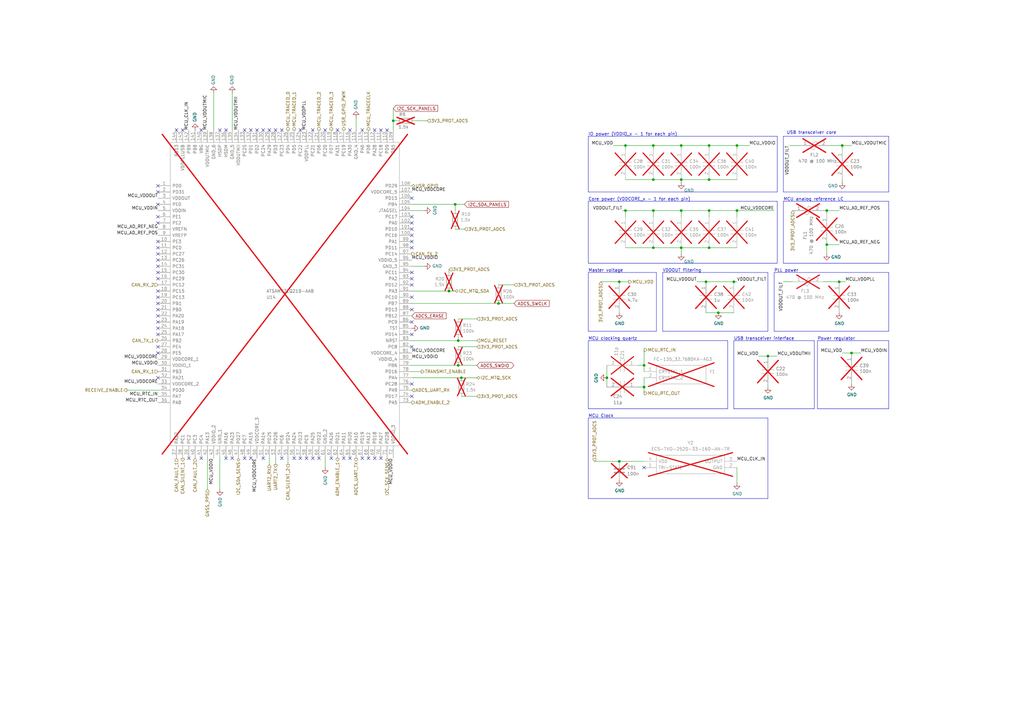
<source format=kicad_sch>
(kicad_sch (version 20231120) (generator "eeschema") (generator_version "8.0")
  (paper "A3")
  (junction (at 186.69 83.82))
  (junction (at 187.96 149.86))
  (junction (at 279.4 59.69))
  (junction (at 264.16 149.86))
  (junction (at 290.83 59.69))
  (junction (at 294.64 128.27))
  (junction (at 289.56 115.57))
  (junction (at 339.09 100.33))
  (junction (at 256.54 59.69))
  (junction (at 187.96 139.7))
  (junction (at 254 189.23))
  (junction (at 267.97 59.69))
  (junction (at 184.15 119.38))
  (junction (at 344.17 115.57))
  (junction (at 267.97 73.66))
  (junction (at 267.97 101.6))
  (junction (at 314.96 146.05))
  (junction (at 300.99 115.57))
  (junction (at 290.83 86.36))
  (junction (at 254 115.57))
  (junction (at 290.83 73.66))
  (junction (at 248.92 154.94))
  (junction (at 264.16 158.75))
  (junction (at 279.4 101.6))
  (junction (at 161.29 49.53))
  (junction (at 256.54 86.36))
  (junction (at 189.23 154.94))
  (junction (at 267.97 86.36))
  (junction (at 302.26 86.36))
  (junction (at 349.25 144.78))
  (junction (at 302.26 59.69))
  (junction (at 204.47 124.46))
  (junction (at 279.4 86.36))
  (junction (at 345.44 59.69))
  (junction (at 339.09 86.36))
  (junction (at 290.83 101.6))
  (junction (at 279.4 73.66))
  (no_connect (at 168.91 91.44))
  (no_connect (at 64.77 101.6))
  (no_connect (at 64.77 127))
  (no_connect (at 64.77 142.24))
  (no_connect (at 64.77 132.08))
  (no_connect (at 64.77 76.2))
  (no_connect (at 64.77 124.46))
  (no_connect (at 64.77 119.38))
  (no_connect (at 115.57 53.34))
  (no_connect (at 64.77 109.22))
  (no_connect (at 128.27 53.34))
  (no_connect (at 107.95 53.34))
  (no_connect (at 113.03 53.34))
  (no_connect (at 64.77 154.94))
  (no_connect (at 264.16 191.77))
  (no_connect (at 64.77 114.3))
  (no_connect (at 120.65 187.96))
  (no_connect (at 125.73 187.96))
  (no_connect (at 64.77 106.68))
  (no_connect (at 64.77 137.16))
  (no_connect (at 64.77 88.9))
  (no_connect (at 64.77 91.44))
  (no_connect (at 64.77 78.74))
  (no_connect (at 64.77 83.82))
  (no_connect (at 64.77 134.62))
  (no_connect (at 158.75 53.34))
  (no_connect (at 156.21 53.34))
  (no_connect (at 153.67 53.34))
  (no_connect (at 148.59 53.34))
  (no_connect (at 123.19 53.34))
  (no_connect (at 143.51 53.34))
  (no_connect (at 138.43 53.34))
  (no_connect (at 133.35 53.34))
  (no_connect (at 64.77 111.76))
  (no_connect (at 92.71 53.34))
  (no_connect (at 110.49 53.34))
  (no_connect (at 105.41 53.34))
  (no_connect (at 100.33 53.34))
  (no_connect (at 90.17 53.34))
  (no_connect (at 82.55 53.34))
  (no_connect (at 74.93 53.34))
  (no_connect (at 72.39 53.34))
  (no_connect (at 64.77 144.78))
  (no_connect (at 168.91 96.52))
  (no_connect (at 143.51 187.96))
  (no_connect (at 151.13 187.96))
  (no_connect (at 128.27 187.96))
  (no_connect (at 64.77 129.54))
  (no_connect (at 168.91 162.56))
  (no_connect (at 168.91 157.48))
  (no_connect (at 92.71 187.96))
  (no_connect (at 168.91 137.16))
  (no_connect (at 168.91 116.84))
  (no_connect (at 168.91 114.3))
  (no_connect (at 168.91 111.76))
  (no_connect (at 168.91 93.98))
  (no_connect (at 102.87 53.34))
  (no_connect (at 168.91 99.06))
  (no_connect (at 168.91 132.08))
  (no_connect (at 168.91 127))
  (no_connect (at 168.91 121.92))
  (no_connect (at 168.91 88.9))
  (no_connect (at 168.91 81.28))
  (no_connect (at 77.47 187.96))
  (no_connect (at 153.67 187.96))
  (no_connect (at 168.91 101.6))
  (no_connect (at 82.55 187.96))
  (no_connect (at 123.19 187.96))
  (no_connect (at 140.97 187.96))
  (no_connect (at 148.59 187.96))
  (no_connect (at 156.21 187.96))
  (no_connect (at 168.91 142.24))
  (no_connect (at 95.25 187.96))
  (no_connect (at 100.33 187.96))
  (no_connect (at 102.87 187.96))
  (no_connect (at 107.95 187.96))
  (no_connect (at 115.57 187.96))
  (no_connect (at 135.89 187.96))
  (no_connect (at 64.77 99.06))
  (no_connect (at 64.77 121.92))
  (no_connect (at 130.81 187.96))
  (no_connect (at 64.77 104.14))
  (wire (pts (xy 289.56 128.27) (xy 294.64 128.27)))
  (wire (pts (xy 344.17 115.57) (xy 346.71 115.57)))
  (wire (pts (xy 302.26 191.77) (xy 302.26 198.12)))
  (wire (pts (xy 87.63 38.1) (xy 87.63 53.34)))
  (polyline (pts (xy 334.01 139.7) (xy 334.01 167.64)))
  (wire (pts (xy 110.49 190.5) (xy 110.49 187.96)))
  (polyline (pts (xy 241.3 78.74) (xy 318.77 78.74)))
  (wire (pts (xy 186.69 86.36) (xy 186.69 83.82)))
  (wire (pts (xy 187.96 138.43) (xy 187.96 139.7)))
  (polyline (pts (xy 321.31 107.95) (xy 364.49 107.95)))
  (wire (pts (xy 162.56 49.53) (xy 161.29 49.53)))
  (wire (pts (xy 246.38 115.57) (xy 254 115.57)))
  (polyline (pts (xy 241.3 204.47) (xy 314.96 204.47)))
  (polyline (pts (xy 335.28 167.64) (xy 364.49 167.64)))
  (wire (pts (xy 302.26 86.36) (xy 302.26 88.9)))
  (wire (pts (xy 170.18 49.53) (xy 175.26 49.53)))
  (wire (pts (xy 187.96 130.81) (xy 195.58 130.81)))
  (polyline (pts (xy 317.5 111.76) (xy 364.49 111.76)))
  (polyline (pts (xy 300.99 139.7) (xy 334.01 139.7)))
  (wire (pts (xy 339.09 86.36) (xy 339.09 87.63)))
  (polyline (pts (xy 321.31 82.55) (xy 364.49 82.55)))
  (polyline (pts (xy 335.28 139.7) (xy 364.49 139.7)))
  (wire (pts (xy 168.91 83.82) (xy 186.69 83.82)))
  (wire (pts (xy 279.4 59.69) (xy 267.97 59.69)))
  (polyline (pts (xy 321.31 55.88) (xy 321.31 78.74)))
  (wire (pts (xy 267.97 86.36) (xy 267.97 88.9)))
  (wire (pts (xy 337.82 86.36) (xy 339.09 86.36)))
  (wire (pts (xy 168.91 109.22) (xy 173.99 109.22)))
  (wire (pts (xy 161.29 49.53) (xy 161.29 53.34)))
  (wire (pts (xy 118.11 190.5) (xy 118.11 187.96)))
  (wire (pts (xy 339.09 100.33) (xy 339.09 104.14)))
  (wire (pts (xy 254 115.57) (xy 257.81 115.57)))
  (wire (pts (xy 254 189.23) (xy 264.16 189.23)))
  (wire (pts (xy 195.58 139.7) (xy 187.96 139.7)))
  (wire (pts (xy 267.97 73.66) (xy 279.4 73.66)))
  (wire (pts (xy 289.56 115.57) (xy 300.99 115.57)))
  (polyline (pts (xy 317.5 111.76) (xy 317.5 135.89)))
  (wire (pts (xy 168.91 149.86) (xy 187.96 149.86)))
  (wire (pts (xy 290.83 73.66) (xy 302.26 73.66)))
  (polyline (pts (xy 364.49 78.74) (xy 321.31 78.74)))
  (polyline (pts (xy 318.77 55.88) (xy 318.77 78.74)))
  (polyline (pts (xy 271.78 111.76) (xy 271.78 135.89)))
  (polyline (pts (xy 314.96 135.89) (xy 271.78 135.89)))
  (wire (pts (xy 285.75 115.57) (xy 289.56 115.57)))
  (polyline (pts (xy 314.96 111.76) (xy 314.96 135.89)))
  (polyline (pts (xy 241.3 55.88) (xy 241.3 78.74)))
  (wire (pts (xy 90.17 187.96) (xy 90.17 200.66)))
  (wire (pts (xy 248.92 149.86) (xy 248.92 154.94)))
  (polyline (pts (xy 364.49 111.76) (xy 364.49 135.89)))
  (wire (pts (xy 290.83 86.36) (xy 302.26 86.36)))
  (wire (pts (xy 294.64 128.27) (xy 300.99 128.27)))
  (wire (pts (xy 85.09 200.66) (xy 85.09 187.96)))
  (wire (pts (xy 264.16 158.75) (xy 261.62 158.75)))
  (wire (pts (xy 314.96 146.05) (xy 318.77 146.05)))
  (polyline (pts (xy 321.31 82.55) (xy 321.31 107.95)))
  (polyline (pts (xy 269.24 111.76) (xy 269.24 135.89)))
  (wire (pts (xy 255.27 86.36) (xy 256.54 86.36)))
  (wire (pts (xy 345.44 59.69) (xy 345.44 60.96)))
  (wire (pts (xy 339.09 86.36) (xy 344.17 86.36)))
  (polyline (pts (xy 321.31 55.88) (xy 364.49 55.88)))
  (wire (pts (xy 279.4 74.93) (xy 279.4 73.66)))
  (wire (pts (xy 189.23 154.94) (xy 195.58 154.94)))
  (wire (pts (xy 168.91 119.38) (xy 184.15 119.38)))
  (wire (pts (xy 267.97 86.36) (xy 279.4 86.36)))
  (wire (pts (xy 279.4 86.36) (xy 279.4 88.9)))
  (polyline (pts (xy 241.3 171.45) (xy 241.3 204.47)))
  (wire (pts (xy 187.96 149.86) (xy 195.58 149.86)))
  (wire (pts (xy 113.03 190.5) (xy 113.03 187.96)))
  (wire (pts (xy 302.26 86.36) (xy 317.5 86.36)))
  (wire (pts (xy 279.4 60.96) (xy 279.4 59.69)))
  (wire (pts (xy 340.36 59.69) (xy 345.44 59.69)))
  (wire (pts (xy 261.62 149.86) (xy 264.16 149.86)))
  (polyline (pts (xy 364.49 139.7) (xy 364.49 167.64)))
  (wire (pts (xy 267.97 59.69) (xy 256.54 59.69)))
  (wire (pts (xy 168.91 86.36) (xy 173.99 86.36)))
  (wire (pts (xy 52.07 160.02) (xy 64.77 160.02)))
  (wire (pts (xy 256.54 101.6) (xy 267.97 101.6)))
  (polyline (pts (xy 300.99 139.7) (xy 300.99 167.64)))
  (wire (pts (xy 279.4 86.36) (xy 290.83 86.36)))
  (wire (pts (xy 264.16 143.51) (xy 264.16 149.86)))
  (wire (pts (xy 337.82 115.57) (xy 344.17 115.57)))
  (wire (pts (xy 327.66 59.69) (xy 323.85 59.69)))
  (wire (pts (xy 345.44 59.69) (xy 349.25 59.69)))
  (polyline (pts (xy 298.45 167.64) (xy 298.45 139.7)))
  (wire (pts (xy 344.17 100.33) (xy 339.09 100.33)))
  (wire (pts (xy 264.16 158.75) (xy 264.16 161.29)))
  (polyline (pts (xy 241.3 139.7) (xy 298.45 139.7)))
  (wire (pts (xy 279.4 101.6) (xy 290.83 101.6)))
  (wire (pts (xy 256.54 86.36) (xy 256.54 88.9)))
  (wire (pts (xy 210.82 116.84) (xy 204.47 116.84)))
  (wire (pts (xy 300.99 115.57) (xy 302.26 115.57)))
  (polyline (pts (xy 241.3 55.88) (xy 318.77 55.88)))
  (wire (pts (xy 321.31 115.57) (xy 325.12 115.57)))
  (wire (pts (xy 264.16 149.86) (xy 264.16 152.4)))
  (wire (pts (xy 251.46 59.69) (xy 256.54 59.69)))
  (wire (pts (xy 168.91 154.94) (xy 189.23 154.94)))
  (wire (pts (xy 184.15 119.38) (xy 186.69 119.38)))
  (wire (pts (xy 248.92 154.94) (xy 248.92 158.75)))
  (polyline (pts (xy 300.99 167.64) (xy 334.01 167.64)))
  (wire (pts (xy 195.58 142.24) (xy 187.96 142.24)))
  (wire (pts (xy 256.54 73.66) (xy 267.97 73.66)))
  (wire (pts (xy 302.26 59.69) (xy 290.83 59.69)))
  (wire (pts (xy 95.25 53.34) (xy 95.25 38.1)))
  (wire (pts (xy 133.35 191.77) (xy 133.35 187.96)))
  (polyline (pts (xy 241.3 107.95) (xy 318.77 107.95)))
  (wire (pts (xy 267.97 101.6) (xy 279.4 101.6)))
  (wire (pts (xy 279.4 101.6) (xy 279.4 104.14)))
  (wire (pts (xy 264.16 154.94) (xy 264.16 158.75)))
  (wire (pts (xy 302.26 59.69) (xy 307.34 59.69)))
  (wire (pts (xy 204.47 124.46) (xy 210.82 124.46)))
  (wire (pts (xy 256.54 59.69) (xy 256.54 60.96)))
  (polyline (pts (xy 241.3 167.64) (xy 298.45 167.64)))
  (wire (pts (xy 345.44 144.78) (xy 349.25 144.78)))
  (wire (pts (xy 349.25 144.78) (xy 353.06 144.78)))
  (wire (pts (xy 146.05 48.26) (xy 146.05 53.34)))
  (polyline (pts (xy 241.3 82.55) (xy 241.3 107.95)))
  (wire (pts (xy 195.58 162.56) (xy 189.23 162.56)))
  (polyline (pts (xy 269.24 111.76) (xy 241.3 111.76)))
  (polyline (pts (xy 318.77 82.55) (xy 318.77 107.95)))
  (wire (pts (xy 267.97 60.96) (xy 267.97 59.69)))
  (polyline (pts (xy 241.3 82.55) (xy 318.77 82.55)))
  (polyline (pts (xy 241.3 167.64) (xy 241.3 139.7)))
  (wire (pts (xy 172.72 152.4) (xy 168.91 152.4)))
  (wire (pts (xy 168.91 139.7) (xy 187.96 139.7)))
  (polyline (pts (xy 241.3 171.45) (xy 314.96 171.45)))
  (wire (pts (xy 290.83 101.6) (xy 302.26 101.6)))
  (polyline (pts (xy 364.49 82.55) (xy 364.49 107.95)))
  (polyline (pts (xy 271.78 111.76) (xy 314.96 111.76)))
  (polyline (pts (xy 335.28 139.7) (xy 335.28 167.64)))
  (polyline (pts (xy 314.96 171.45) (xy 314.96 204.47)))
  (wire (pts (xy 290.83 59.69) (xy 279.4 59.69)))
  (polyline (pts (xy 241.3 111.76) (xy 241.3 135.89)))
  (wire (pts (xy 345.44 74.93) (xy 345.44 73.66)))
  (wire (pts (xy 302.26 60.96) (xy 302.26 59.69)))
  (polyline (pts (xy 241.3 135.89) (xy 269.24 135.89)))
  (polyline (pts (xy 317.5 135.89) (xy 364.49 135.89)))
  (wire (pts (xy 279.4 73.66) (xy 290.83 73.66)))
  (polyline (pts (xy 364.49 55.88) (xy 364.49 78.74)))
  (wire (pts (xy 186.69 83.82) (xy 190.5 83.82)))
  (wire (pts (xy 256.54 86.36) (xy 267.97 86.36)))
  (wire (pts (xy 290.83 86.36) (xy 290.83 88.9)))
  (wire (pts (xy 168.91 124.46) (xy 204.47 124.46)))
  (wire (pts (xy 184.15 110.49) (xy 184.15 111.76)))
  (wire (pts (xy 290.83 60.96) (xy 290.83 59.69)))
  (wire (pts (xy 311.15 146.05) (xy 314.96 146.05)))
  (wire (pts (xy 243.84 189.23) (xy 254 189.23)))
  (wire (pts (xy 161.29 44.45) (xy 161.29 49.53)))
  (wire (pts (xy 190.5 93.98) (xy 186.69 93.98)))
  (text "Master voltage" (at 241.3 111.76 0) (effects (font (size 1.27 1.27)) (justify left bottom)))
  (text "USB transceiver interface" (at 300.99 139.7 0) (effects (font (size 1.27 1.27)) (justify left bottom)))
  (text "MCU Clock" (at 241.3 171.45 0) (effects (font (size 1.27 1.27)) (justify left bottom)))
  (text "MCU analog reference LC" (at 321.31 82.55 0) (effects (font (size 1.27 1.27)) (justify left bottom)))
  (text "MCU clocking quartz" (at 241.3 139.7 0) (effects (font (size 1.27 1.27)) (justify left bottom)))
  (text "Power regulator" (at 335.28 139.7 0) (effects (font (size 1.27 1.27)) (justify left bottom)))
  (text "Core power (VDDCORE_x - 1 for each pin)" (at 241.3 82.55 0) (effects (font (size 1.27 1.27)) (justify left bottom)))
  (text "PLL power" (at 317.5 111.76 0) (effects (font (size 1.27 1.27)) (justify left bottom)))
  (text "VDDOUT filtering" (at 271.78 111.76 0) (effects (font (size 1.27 1.27)) (justify left bottom)))
  (text "IO power (VDDIO_x - 1 for each pin)" (at 241.3 55.88 0) (effects (font (size 1.27 1.27)) (justify left bottom)))
  (text "USB transceiver core" (at 322.58 55.245 0) (effects (font (size 1.27 1.27)) (justify left bottom)))
  (label "VDDOUT_FILT" (at 321.31 115.57 270))
  (label "MCU_VDD" (at 345.44 144.78 180))
  (label "VDDOUT_FILT" (at 302.26 115.57 0))
  (label "MCU_VDDCORE" (at 105.41 187.96 270))
  (label "MCU_VDDCORE" (at 168.91 78.74 0))
  (label "MCU_VDDIO" (at 168.91 106.68 0))
  (label "MCU_VDDOUT" (at 64.77 81.28 180))
  (label "MCU_AD_REF_NEG" (at 344.17 100.33 0))
  (label "MCU_VDDIO" (at 307.34 59.69 0))
  (label "MCU_VDDOUT" (at 285.75 115.57 180))
  (label "MCU_VDDPLL" (at 125.73 53.34 90))
  (label "MCU_CLK_IN" (at 302.26 189.23 0))
  (label "MCU_VDDCORE" (at 317.5 86.36 180))
  (label "MCU_VDDIO" (at 64.77 149.86 180))
  (label "MCU_VDDUTMII" (at 318.77 146.05 0))
  (label "MCU_VDDIO" (at 168.91 147.32 0))
  (label "MCU_RTC_IN" (at 64.77 162.56 180))
  (label "MCU_AD_REF_POS" (at 64.77 96.52 180))
  (label "MCU_VDDUTMIC" (at 85.09 53.34 90))
  (label "MCU_VDDUTMIC" (at 349.25 59.69 0))
  (label "MCU_CLK_IN" (at 77.47 53.34 90))
  (label "MCU_VDDCORE" (at 168.91 144.78 0))
  (label "MCU_VDDUTMII" (at 97.79 53.34 90))
  (label "MCU_VDDIO" (at 161.29 187.96 270))
  (label "VDDOUT_FILT" (at 255.27 86.36 180))
  (label "MCU_VDDIN" (at 64.77 86.36 180))
  (label "MCU_VDD" (at 251.46 59.69 180))
  (label "MCU_VDDCORE" (at 64.77 157.48 180))
  (label "MCU_VDDIO" (at 87.63 187.96 270))
  (label "MCU_VDDIN" (at 353.06 144.78 0))
  (label "MCU_VDDPLL" (at 346.71 115.57 0))
  (label "VDDOUT_FILT" (at 323.85 59.69 270))
  (label "MCU_RTC_OUT" (at 64.77 165.1 180))
  (label "MCU_VDD" (at 311.15 146.05 180))
  (label "MCU_AD_REF_POS" (at 344.17 86.36 0))
  (label "MCU_AD_REF_NEG" (at 64.77 93.98 180))
  (label "MCU_VDDCORE" (at 64.77 147.32 180))
  (global_label "I2C_SCK_PANELS" (shape input) (at 161.29 44.45 0) (property "Intersheetrefs" "${INTERSHEET_REFS}" (effects (hide yes))))
  (global_label "ADCS_SWDIO" (shape bidirectional) (at 195.58 149.86 0) (property "Intersheetrefs" "${INTERSHEET_REFS}" (effects (hide yes))))
  (global_label "ADCS_ERASE" (shape input) (at 168.91 129.54 0) (property "Intersheetrefs" "${INTERSHEET_REFS}" (effects (hide yes))))
  (global_label "I2C_SDA_PANELS" (shape input) (at 190.5 83.82 0) (property "Intersheetrefs" "${INTERSHEET_REFS}" (effects (hide yes))))
  (global_label "ADCS_SWCLK" (shape input) (at 210.82 124.46 0) (property "Intersheetrefs" "${INTERSHEET_REFS}" (effects (hide yes))))
  (hierarchical_label "MCU_TRACED_0" (shape output) (at 118.11 53.34 90))
  (hierarchical_label "CAN_FAULT_2" (shape input) (at 80.01 187.96 270))
  (hierarchical_label "3V3_PROT_ADCS" (shape input) (at 246.38 115.57 270))
  (hierarchical_label "MCU_RTC_OUT" (shape output) (at 264.16 161.29 0))
  (hierarchical_label "MCU_TRACECLK" (shape output) (at 151.13 53.34 90))
  (hierarchical_label "I2C_MTQ_SDA" (shape bidirectional) (at 186.69 119.38 0))
  (hierarchical_label "USR_GPIO_PWM" (shape output) (at 140.97 53.34 90))
  (hierarchical_label "TRANSMIT_ENABLE" (shape output) (at 172.72 152.4 0))
  (hierarchical_label "ADCS_UART_RX" (shape input) (at 168.91 160.02 0))
  (hierarchical_label "CAN_RX_2" (shape input) (at 64.77 116.84 180))
  (hierarchical_label "3V3_PROT_ADCS" (shape input) (at 325.12 86.36 270))
  (hierarchical_label "3V3_PROT_ADCS" (shape input) (at 195.58 162.56 0))
  (hierarchical_label "CAN_FAULT_1" (shape input) (at 72.39 187.96 270))
  (hierarchical_label "ADM_ENABLE_1" (shape output) (at 138.43 187.96 270))
  (hierarchical_label "3V3_PROT_ADCS" (shape input) (at 175.26 49.53 0))
  (hierarchical_label "ADCS_UART_TX" (shape output) (at 146.05 187.96 270))
  (hierarchical_label "3V3_PROT_ADCS" (shape input) (at 190.5 93.98 0))
  (hierarchical_label "MCU_TRACED_3" (shape output) (at 135.89 53.34 90))
  (hierarchical_label "CAN_SILENT_2" (shape output) (at 118.11 190.5 270))
  (hierarchical_label "RECEIVE_ENABLE" (shape output) (at 52.07 160.02 180))
  (hierarchical_label "UART2_RX" (shape input) (at 110.49 190.5 270))
  (hierarchical_label "MCU_RTC_IN" (shape output) (at 264.16 143.51 0))
  (hierarchical_label "ADM_ENABLE_2" (shape output) (at 168.91 165.1 0))
  (hierarchical_label "CAN_SILENT_1" (shape output) (at 74.93 187.96 270))
  (hierarchical_label "3V3_PROT_ADCS" (shape input) (at 195.58 130.81 0))
  (hierarchical_label "MCU_VDD" (shape output) (at 257.81 115.57 0))
  (hierarchical_label "CAN_RX_1" (shape input) (at 64.77 152.4 180))
  (hierarchical_label "3V3_PROT_ADCS" (shape input) (at 184.15 110.49 0))
  (hierarchical_label "3V3_PROT_ADCS" (shape input) (at 210.82 116.84 0))
  (hierarchical_label "I2C_SCK_SENS" (shape bidirectional) (at 158.75 187.96 270))
  (hierarchical_label "3V3_PROT_ADCS" (shape input) (at 243.84 189.23 90))
  (hierarchical_label "UART2_TX" (shape output) (at 113.03 190.5 270))
  (hierarchical_label "GNSS_PPS" (shape input) (at 85.09 200.66 270))
  (hierarchical_label "I2C_MTQ_SCK" (shape bidirectional) (at 195.58 154.94 0))
  (hierarchical_label "MCU_TRACED_2" (shape output) (at 130.81 53.34 90))
  (hierarchical_label "CAN_TX_2" (shape output) (at 168.91 104.14 0))
  (hierarchical_label "MCU_TRACED_1" (shape output) (at 120.65 53.34 90))
  (hierarchical_label "CAN_TX_1" (shape output) (at 64.77 139.7 180))
  (hierarchical_label "MCU_RESET" (shape input) (at 195.58 139.7 0))
  (hierarchical_label "3V3_PROT_ADCS" (shape input) (at 195.58 142.24 0))
  (hierarchical_label "USR_GPIO" (shape bidirectional) (at 168.91 76.2 0))
  (hierarchical_label "I2C_SDA_SENS" (shape bidirectional) (at 97.79 187.96 270))
  (symbol (lib_id "OBC_PASSIVE:GCM155R71H104KE02J") (at 290.83 60.96 270) (unit 1) (in_bom no) (dnp yes)
    (property "Reference" "C36" (at 294.0812 66.1416 90) (effects (justify left)))
    (property "Value" "100n" (at 294.0812 68.453 90) (effects (justify left)))
    (property "Footprint" "Capacitor_SMD:C_0402_1005Metric" (effects (hide yes)))
    (property "Datasheet" "https://psearch.en.murata.com/capacitor/product/GCM155R71H104KE02%23.html" (effects (hide yes)))
    (property "Description" "Capacitor GCM15 L=1.0mm W=0.5mm T=0.5mm" (effects (hide yes)))
    (property "Height" "0.55" (effects (hide yes)))
    (property "Mouser Part Number" "81-GCM155R71H104KE2J" (effects (hide yes)))
    (property "Mouser Price/Stock" "https://www.mouser.co.uk/ProductDetail/Murata-Electronics/GCM155R71H104KE02J?qs=hNud%2FORuBR1wlwGPFWBVDg%3D%3D" (effects (hide yes)))
    (property "Manufacturer_Name" "Murata Electronics" (effects (hide yes)))
    (property "Manufacturer_Part_Number" "GCM155R71H104KE02J" (effects (hide yes)))
  )
  (symbol (lib_id "Device:R") (at 184.15 115.57 0) (mirror y) (unit 1) (in_bom no) (dnp yes)
    (property "Reference" "R20" (at 182.372 114.4016 0) (effects (justify left)))
    (property "Value" "1.5k" (at 182.372 116.713 0) (effects (justify left)))
    (property "Footprint" "Resistor_SMD:R_0402_1005Metric" (effects (hide yes)))
  )
  (symbol (lib_id "power:GND") (at 339.09 104.14 0) (unit 1)
    (property "Reference" "#PWR040" (effects (hide yes)))
    (property "Value" "GND" (at 342.9 105.41 0))
  )
  (symbol (lib_id "MISC:BLM18PG471SH1D") (at 327.66 59.69 0) (unit 1) (in_bom no) (dnp yes)
    (property "Reference" "FL2" (at 334.01 63.5 0))
    (property "Value" "470 @ 100 MHz" (at 335.28 66.04 0))
    (property "Footprint" "MISC:BLM18PG471SH1D" (effects (hide yes)))
    (property "Datasheet" "https://www.murata.com/en-us/products/productdetail?partno=BLM18PG471SH1%23" (effects (hide yes)))
    (property "Description" "Murata Power Solutions Ferrite Bead (Chip Bead), 1.6 x 0.8 x 0.8mm (1608), 470 impedance at 100 MHz" (effects (hide yes)))
    (property "Height" "0.95" (effects (hide yes)))
    (property "Manufacturer_Name" "Murata Electronics" (effects (hide yes)))
    (property "Manufacturer_Part_Number" "BLM18PG471SH1D" (effects (hide yes)))
    (property "Arrow Part Number" "BLM18PG471SH1D" (effects (hide yes)))
    (property "Arrow Price/Stock" "https://www.arrow.com/en/products/blm18pg471sh1d/murata-manufacturing" (effects (hide yes)))
    (property "Mouser Part Number" "81-BLM18PG471SH1D" (effects (hide yes)))
    (property "Mouser Price/Stock" "https://www.mouser.co.uk/ProductDetail/Murata-Electronics/BLM18PG471SH1D?qs=uSeJpk%2F8In16ipYp%2FGDzCQ%3D%3D" (effects (hide yes)))
  )
  (symbol (lib_id "OBC_PASSIVE:GCM155R71H104KE02J") (at 302.26 60.96 270) (unit 1) (in_bom no) (dnp yes)
    (property "Reference" "C40" (at 305.5112 66.1416 90) (effects (justify left)))
    (property "Value" "100n" (at 305.5112 68.453 90) (effects (justify left)))
    (property "Footprint" "Capacitor_SMD:C_0402_1005Metric" (effects (hide yes)))
    (property "Datasheet" "https://psearch.en.murata.com/capacitor/product/GCM155R71H104KE02%23.html" (effects (hide yes)))
    (property "Description" "Capacitor GCM15 L=1.0mm W=0.5mm T=0.5mm" (effects (hide yes)))
    (property "Height" "0.55" (effects (hide yes)))
    (property "Mouser Part Number" "81-GCM155R71H104KE2J" (effects (hide yes)))
    (property "Mouser Price/Stock" "https://www.mouser.co.uk/ProductDetail/Murata-Electronics/GCM155R71H104KE02J?qs=hNud%2FORuBR1wlwGPFWBVDg%3D%3D" (effects (hide yes)))
    (property "Manufacturer_Name" "Murata Electronics" (effects (hide yes)))
    (property "Manufacturer_Part_Number" "GCM155R71H104KE02J" (effects (hide yes)))
  )
  (symbol (lib_id "MISC:BLM18PG471SH1D") (at 325.12 115.57 0) (unit 1) (in_bom no) (dnp yes)
    (property "Reference" "FL3" (at 330.2 119.38 0))
    (property "Value" "470 @ 100 MHz" (at 330.2 121.92 0))
    (property "Footprint" "MISC:BLM18PG471SH1D" (effects (hide yes)))
    (property "Datasheet" "https://www.murata.com/en-us/products/productdetail?partno=BLM18PG471SH1%23" (effects (hide yes)))
    (property "Description" "Murata Power Solutions Ferrite Bead (Chip Bead), 1.6 x 0.8 x 0.8mm (1608), 470 impedance at 100 MHz" (effects (hide yes)))
    (property "Height" "0.95" (effects (hide yes)))
    (property "Manufacturer_Name" "Murata Electronics" (effects (hide yes)))
    (property "Manufacturer_Part_Number" "BLM18PG471SH1D" (effects (hide yes)))
    (property "Arrow Part Number" "BLM18PG471SH1D" (effects (hide yes)))
    (property "Arrow Price/Stock" "https://www.arrow.com/en/products/blm18pg471sh1d/murata-manufacturing" (effects (hide yes)))
    (property "Mouser Part Number" "81-BLM18PG471SH1D" (effects (hide yes)))
    (property "Mouser Price/Stock" "https://www.mouser.co.uk/ProductDetail/Murata-Electronics/BLM18PG471SH1D?qs=uSeJpk%2F8In16ipYp%2FGDzCQ%3D%3D" (effects (hide yes)))
  )
  (symbol (lib_id "OBC_PASSIVE:GCM155R71H104KE02J") (at 279.4 88.9 270) (unit 1) (in_bom no) (dnp yes)
    (property "Reference" "C35" (at 282.6512 94.0816 90) (effects (justify left)))
    (property "Value" "100n" (at 282.6512 96.393 90) (effects (justify left)))
    (property "Footprint" "Capacitor_SMD:C_0402_1005Metric" (effects (hide yes)))
    (property "Datasheet" "https://psearch.en.murata.com/capacitor/product/GCM155R71H104KE02%23.html" (effects (hide yes)))
    (property "Description" "Capacitor GCM15 L=1.0mm W=0.5mm T=0.5mm" (effects (hide yes)))
    (property "Height" "0.55" (effects (hide yes)))
    (property "Mouser Part Number" "81-GCM155R71H104KE2J" (effects (hide yes)))
    (property "Mouser Price/Stock" "https://www.mouser.co.uk/ProductDetail/Murata-Electronics/GCM155R71H104KE02J?qs=hNud%2FORuBR1wlwGPFWBVDg%3D%3D" (effects (hide yes)))
    (property "Manufacturer_Name" "Murata Electronics" (effects (hide yes)))
    (property "Manufacturer_Part_Number" "GCM155R71H104KE02J" (effects (hide yes)))
  )
  (symbol (lib_id "OBC_PASSIVE:GCM155R71H104KE02J") (at 349.25 144.78 270) (unit 1) (in_bom no) (dnp yes)
    (property "Reference" "C39" (at 352.5012 149.9616 90) (effects (justify left)))
    (property "Value" "100n" (at 352.5012 152.273 90) (effects (justify left)))
    (property "Footprint" "Capacitor_SMD:C_0402_1005Metric" (effects (hide yes)))
    (property "Datasheet" "https://psearch.en.murata.com/capacitor/product/GCM155R71H104KE02%23.html" (effects (hide yes)))
    (property "Description" "Capacitor GCM15 L=1.0mm W=0.5mm T=0.5mm" (effects (hide yes)))
    (property "Height" "0.55" (effects (hide yes)))
    (property "Mouser Part Number" "81-GCM155R71H104KE2J" (effects (hide yes)))
    (property "Mouser Price/Stock" "https://www.mouser.co.uk/ProductDetail/Murata-Electronics/GCM155R71H104KE02J?qs=hNud%2FORuBR1wlwGPFWBVDg%3D%3D" (effects (hide yes)))
    (property "Manufacturer_Name" "Murata Electronics" (effects (hide yes)))
    (property "Manufacturer_Part_Number" "GCM155R71H104KE02J" (effects (hide yes)))
  )
  (symbol (lib_id "power:GND") (at 87.63 38.1 180) (unit 1)
    (property "Reference" "#PWR0159" (effects (hide yes)))
    (property "Value" "GND" (at 87.503 34.8488 90) (effects (justify right)))
  )
  (symbol (lib_id "power:GND") (at 254 196.85 0) (unit 1)
    (property "Reference" "#PWR0259" (effects (hide yes)))
    (property "Value" "GND" (at 254.127 201.2442 0))
  )
  (symbol (lib_id "power:GND") (at 279.4 104.14 0) (unit 1)
    (property "Reference" "#PWR038" (effects (hide yes)))
    (property "Value" "GND" (at 282.575 107.315 0))
  )
  (symbol (lib_id "power:GND") (at 344.17 128.27 0) (unit 1)
    (property "Reference" "#PWR0150" (effects (hide yes)))
    (property "Value" "GND" (at 344.297 132.6642 0))
  )
  (symbol (lib_id "power:GND") (at 314.96 158.75 0) (unit 1)
    (property "Reference" "#PWR0151" (effects (hide yes)))
    (property "Value" "GND" (at 315.087 163.1442 0))
  )
  (symbol (lib_id "Device:R") (at 189.23 158.75 0) (unit 1) (in_bom no) (dnp yes)
    (property "Reference" "R24" (at 191.008 157.5816 0) (effects (justify left)))
    (property "Value" "1.5k" (at 191.008 159.893 0) (effects (justify left)))
    (property "Footprint" "Resistor_SMD:R_0402_1005Metric" (effects (hide yes)))
  )
  (symbol (lib_id "OBC_PASSIVE:GCM155R71H104KE02J") (at 344.17 115.57 270) (unit 1) (in_bom no) (dnp yes)
    (property "Reference" "C33" (at 347.4212 120.7516 90) (effects (justify left)))
    (property "Value" "100n" (at 347.4212 123.063 90) (effects (justify left)))
    (property "Footprint" "Capacitor_SMD:C_0402_1005Metric" (effects (hide yes)))
    (property "Datasheet" "https://psearch.en.murata.com/capacitor/product/GCM155R71H104KE02%23.html" (effects (hide yes)))
    (property "Description" "Capacitor GCM15 L=1.0mm W=0.5mm T=0.5mm" (effects (hide yes)))
    (property "Height" "0.55" (effects (hide yes)))
    (property "Mouser Part Number" "81-GCM155R71H104KE2J" (effects (hide yes)))
    (property "Mouser Price/Stock" "https://www.mouser.co.uk/ProductDetail/Murata-Electronics/GCM155R71H104KE02J?qs=hNud%2FORuBR1wlwGPFWBVDg%3D%3D" (effects (hide yes)))
    (property "Manufacturer_Name" "Murata Electronics" (effects (hide yes)))
    (property "Manufacturer_Part_Number" "GCM155R71H104KE02J" (effects (hide yes)))
  )
  (symbol (lib_id "power:GND") (at 302.26 198.12 0) (unit 1)
    (property "Reference" "#PWR0153" (effects (hide yes)))
    (property "Value" "GND" (at 302.387 202.5142 0))
  )
  (symbol (lib_id "OBC_PASSIVE:GCM155R71H104KE02J") (at 314.96 146.05 270) (unit 1) (in_bom no) (dnp yes)
    (property "Reference" "C22" (at 318.2112 151.2316 90) (effects (justify left)))
    (property "Value" "100n" (at 318.2112 153.543 90) (effects (justify left)))
    (property "Footprint" "Capacitor_SMD:C_0402_1005Metric" (effects (hide yes)))
    (property "Datasheet" "https://psearch.en.murata.com/capacitor/product/GCM155R71H104KE02%23.html" (effects (hide yes)))
    (property "Description" "Capacitor GCM15 L=1.0mm W=0.5mm T=0.5mm" (effects (hide yes)))
    (property "Height" "0.55" (effects (hide yes)))
    (property "Mouser Part Number" "81-GCM155R71H104KE2J" (effects (hide yes)))
    (property "Mouser Price/Stock" "https://www.mouser.co.uk/ProductDetail/Murata-Electronics/GCM155R71H104KE02J?qs=hNud%2FORuBR1wlwGPFWBVDg%3D%3D" (effects (hide yes)))
    (property "Manufacturer_Name" "Murata Electronics" (effects (hide yes)))
    (property "Manufacturer_Part_Number" "GCM155R71H104KE02J" (effects (hide yes)))
  )
  (symbol (lib_id "Device:R") (at 186.69 90.17 0) (mirror y) (unit 1) (in_bom no) (dnp yes)
    (property "Reference" "R10" (at 193.04 87.8586 0) (effects (justify left)))
    (property "Value" "1.5k" (at 193.04 90.17 0) (effects (justify left)))
    (property "Footprint" "Resistor_SMD:R_0402_1005Metric" (effects (hide yes)))
  )
  (symbol (lib_id "OBC_PASSIVE:GCM155R71H104KE02J") (at 256.54 88.9 270) (unit 1) (in_bom no) (dnp yes)
    (property "Reference" "C29" (at 259.7912 94.0816 90) (effects (justify left)))
    (property "Value" "100n" (at 259.7912 96.393 90) (effects (justify left)))
    (property "Footprint" "Capacitor_SMD:C_0402_1005Metric" (effects (hide yes)))
    (property "Datasheet" "https://psearch.en.murata.com/capacitor/product/GCM155R71H104KE02%23.html" (effects (hide yes)))
    (property "Description" "Capacitor GCM15 L=1.0mm W=0.5mm T=0.5mm" (effects (hide yes)))
    (property "Height" "0.55" (effects (hide yes)))
    (property "Mouser Part Number" "81-GCM155R71H104KE2J" (effects (hide yes)))
    (property "Mouser Price/Stock" "https://www.mouser.co.uk/ProductDetail/Murata-Electronics/GCM155R71H104KE02J?qs=hNud%2FORuBR1wlwGPFWBVDg%3D%3D" (effects (hide yes)))
    (property "Manufacturer_Name" "Murata Electronics" (effects (hide yes)))
    (property "Manufacturer_Part_Number" "GCM155R71H104KE02J" (effects (hide yes)))
  )
  (symbol (lib_id "ADCS_IC:ATSAMV71Q21B-AAB") (at 64.77 76.2 0) (unit 1) (in_bom no) (on_board no) (dnp yes)
    (property "Reference" "U14" (at 109.22 121.92 0) (effects (justify left)))
    (property "Value" "ATSAMV71Q21B-AAB" (at 109.22 119.38 0) (effects (justify left)))
    (property "Footprint" "OBC_IC:ATSAMV71Q21B-AAB" (effects (hide yes)))
    (property "Datasheet" "http://ww1.microchip.com/downloads/en/DeviceDoc/Atmel-44003-32-bit-Cortex-M7-Microcontroller-SAM-V71Q-SAM-V71N-SAM-V71J_Datasheet.pdf" (effects (hide yes)))
    (property "Description" "ARM Microcontrollers - MCU 2MB FLASH 384KB SRAM LQFP144" (effects (hide yes)))
    (property "Height" "1.6" (effects (hide yes)))
    (property "Mouser Part Number" "579-ATSAMV71Q21B-AAB" (effects (hide yes)))
    (property "Mouser Price/Stock" "https://www.mouser.co.uk/ProductDetail/Microchip-Technology-Atmel/ATSAMV71Q21B-AAB?qs=j%252B1pi9TdxUaaYXmCSj2x3Q%3D%3D" (effects (hide yes)))
    (property "Manufacturer_Name" "Microchip" (effects (hide yes)))
    (property "Manufacturer_Part_Number" "ATSAMV71Q21B-AAB" (effects (hide yes)))
  )
  (symbol (lib_id "OBC_IC:FC-135_32.7680KA-AG3") (at 264.16 152.4 0) (unit 1) (in_bom no) (dnp yes)
    (property "Reference" "Y1" (at 290.83 152.3999 0) (effects (justify left)))
    (property "Value" "FC-135_32.7680KA-AG3" (at 267.97 147.32 0) (effects (justify left)))
    (property "Footprint" "OBC_IC:FC135327680KAAG3" (effects (hide yes)))
    (property "Datasheet" "http://www.mouser.com/ds/2/137/C-135R_en-1109071.pdf" (effects (hide yes)))
    (property "Description" "Crystals 32.768KHz 20ppm 7.0pF -40C +85C" (effects (hide yes)))
    (property "Height" "0.9" (effects (hide yes)))
    (property "Manufacturer_Name" "Epson Timing" (effects (hide yes)))
    (property "Manufacturer_Part_Number" "FC-135 32.7680KA-AG3" (effects (hide yes)))
    (property "Mouser Part Number" "732-FC135-32.76KAAG3" (effects (hide yes)))
    (property "Mouser Price/Stock" "https://www.mouser.co.uk/ProductDetail/Epson-Timing/FC-135-327680KA-AG3?qs=l3LL3yk8ONbdhVAPUR8zug%3D%3D" (effects (hide yes)))
    (property "Arrow Part Number" "FC-135 32.7680KA-AG3" (effects (hide yes)))
    (property "Arrow Price/Stock" "https://www.arrow.com/en/products/fc-13532.7680ka-ag3/epson-electronics-america?region=nac" (effects (hide yes)))
  )
  (symbol (lib_id "OBC_PASSIVE:GRT155R61A475ME13D") (at 254 115.57 270) (unit 1) (in_bom no) (dnp yes)
    (property "Reference" "C30" (at 257.2512 120.7516 90) (effects (justify left)))
    (property "Value" "4.7u" (at 257.2512 123.063 90) (effects (justify left)))
    (property "Footprint" "Capacitor_SMD:C_0603_1608Metric" (effects (hide yes)))
    (property "Datasheet" "https://psearch.en.murata.com/capacitor/product/GRT155R61A475ME13%23.html" (effects (hide yes)))
    (property "Description" "Capacitor GRT15 L=1.0mm W=0.5mm T=0.5mm" (effects (hide yes)))
    (property "Height" "0.55" (effects (hide yes)))
    (property "Mouser Part Number" "81-GRT155R61A475ME13" (effects (hide yes)))
    (property "Mouser Price/Stock" "https://www.mouser.co.uk/ProductDetail/Murata-Electronics/GRT155R61A475ME13D?qs=rrS6PyfT74cfd%252BwO%2F%2FmDhw%3D%3D" (effects (hide yes)))
    (property "Manufacturer_Name" "Murata Electronics" (effects (hide yes)))
    (property "Manufacturer_Part_Number" "GRT155R61A475ME13D" (effects (hide yes)))
  )
  (symbol (lib_id "OBC_PASSIVE:GCM155R71H104KE02J") (at 267.97 88.9 270) (unit 1) (in_bom no) (dnp yes)
    (property "Reference" "C32" (at 271.2212 94.0816 90) (effects (justify left)))
    (property "Value" "100n" (at 271.2212 96.393 90) (effects (justify left)))
    (property "Footprint" "Capacitor_SMD:C_0402_1005Metric" (effects (hide yes)))
    (property "Datasheet" "https://psearch.en.murata.com/capacitor/product/GCM155R71H104KE02%23.html" (effects (hide yes)))
    (property "Description" "Capacitor GCM15 L=1.0mm W=0.5mm T=0.5mm" (effects (hide yes)))
    (property "Height" "0.55" (effects (hide yes)))
    (property "Mouser Part Number" "81-GCM155R71H104KE2J" (effects (hide yes)))
    (property "Mouser Price/Stock" "https://www.mouser.co.uk/ProductDetail/Murata-Electronics/GCM155R71H104KE02J?qs=hNud%2FORuBR1wlwGPFWBVDg%3D%3D" (effects (hide yes)))
    (property "Manufacturer_Name" "Murata Electronics" (effects (hide yes)))
    (property "Manufacturer_Part_Number" "GCM155R71H104KE02J" (effects (hide yes)))
  )
  (symbol (lib_id "power:GND") (at 254 128.27 0) (unit 1)
    (property "Reference" "#PWR0149" (effects (hide yes)))
    (property "Value" "GND" (at 254.127 132.6642 0))
  )
  (symbol (lib_id "OBC_PASSIVE:GCM155R71H104KE02J") (at 302.26 88.9 270) (unit 1) (in_bom no) (dnp yes)
    (property "Reference" "C41" (at 305.5112 94.0816 90) (effects (justify left)))
    (property "Value" "100n" (at 305.5112 96.393 90) (effects (justify left)))
    (property "Footprint" "Capacitor_SMD:C_0402_1005Metric" (effects (hide yes)))
    (property "Datasheet" "https://psearch.en.murata.com/capacitor/product/GCM155R71H104KE02%23.html" (effects (hide yes)))
    (property "Description" "Capacitor GCM15 L=1.0mm W=0.5mm T=0.5mm" (effects (hide yes)))
    (property "Height" "0.55" (effects (hide yes)))
    (property "Mouser Part Number" "81-GCM155R71H104KE2J" (effects (hide yes)))
    (property "Mouser Price/Stock" "https://www.mouser.co.uk/ProductDetail/Murata-Electronics/GCM155R71H104KE02J?qs=hNud%2FORuBR1wlwGPFWBVDg%3D%3D" (effects (hide yes)))
    (property "Manufacturer_Name" "Murata Electronics" (effects (hide yes)))
    (property "Manufacturer_Part_Number" "GCM155R71H104KE02J" (effects (hide yes)))
  )
  (symbol (lib_id "OBC_PASSIVE:GRT155R61E105KE01D") (at 289.56 115.57 270) (unit 1) (in_bom no) (dnp yes)
    (property "Reference" "C38" (at 292.8112 120.7516 90) (effects (justify left)))
    (property "Value" "1u" (at 292.8112 123.063 90) (effects (justify left)))
    (property "Footprint" "Capacitor_SMD:C_0603_1608Metric" (effects (hide yes)))
    (property "Datasheet" "https://componentsearchengine.com/Datasheets/1/GRT155R61E105KE01D.pdf" (effects (hide yes)))
    (property "Description" "Capacitor GRT15 L=1.0mm W=0.5mm T=0.5mm" (effects (hide yes)))
    (property "Height" "0.55" (effects (hide yes)))
    (property "Mouser Part Number" "81-GRT155R61E105KE1D" (effects (hide yes)))
    (property "Mouser Price/Stock" "https://www.mouser.com/Search/Refine.aspx?Keyword=81-GRT155R61E105KE1D" (effects (hide yes)))
    (property "Manufacturer_Name" "Murata Electronics" (effects (hide yes)))
    (property "Manufacturer_Part_Number" "GRT155R61E105KE01D" (effects (hide yes)))
  )
  (symbol (lib_id "power:GND") (at 173.99 86.36 90) (unit 1)
    (property "Reference" "#PWR0164" (effects (hide yes)))
    (property "Value" "GND" (at 178.3842 86.233 0))
  )
  (symbol (lib_id "Device:R") (at 187.96 134.62 0) (unit 1) (in_bom no) (dnp yes)
    (property "Reference" "R11" (at 189.738 133.4516 0) (effects (justify left)))
    (property "Value" "100k" (at 189.738 135.763 0) (effects (justify left)))
    (property "Footprint" "Resistor_SMD:R_0402_1005Metric" (effects (hide yes)))
  )
  (symbol (lib_id "power:GND") (at 80.01 53.34 180) (unit 1)
    (property "Reference" "#PWR0160" (effects (hide yes)))
    (property "Value" "GND" (at 79.883 50.0888 90) (effects (justify right)))
  )
  (symbol (lib_id "power:GND") (at 345.44 74.93 0) (unit 1)
    (property "Reference" "#PWR039" (effects (hide yes)))
    (property "Value" "GND" (at 341.63 76.2 0))
  )
  (symbol (lib_id "power:GND") (at 294.64 128.27 0) (unit 1)
    (property "Reference" "#PWR0154" (effects (hide yes)))
    (property "Value" "GND" (at 294.767 132.6642 0))
  )
  (symbol (lib_id "OBC_PASSIVE:GCM155R71H104KE02J") (at 256.54 60.96 270) (unit 1) (in_bom no) (dnp yes)
    (property "Reference" "C28" (at 259.7912 66.1416 90) (effects (justify left)))
    (property "Value" "100n" (at 259.7912 68.453 90) (effects (justify left)))
    (property "Footprint" "Capacitor_SMD:C_0402_1005Metric" (effects (hide yes)))
    (property "Datasheet" "https://psearch.en.murata.com/capacitor/product/GCM155R71H104KE02%23.html" (effects (hide yes)))
    (property "Description" "Capacitor GCM15 L=1.0mm W=0.5mm T=0.5mm" (effects (hide yes)))
    (property "Height" "0.55" (effects (hide yes)))
    (property "Mouser Part Number" "81-GCM155R71H104KE2J" (effects (hide yes)))
    (property "Mouser Price/Stock" "https://www.mouser.co.uk/ProductDetail/Murata-Electronics/GCM155R71H104KE02J?qs=hNud%2FORuBR1wlwGPFWBVDg%3D%3D" (effects (hide yes)))
    (property "Manufacturer_Name" "Murata Electronics" (effects (hide yes)))
    (property "Manufacturer_Part_Number" "GCM155R71H104KE02J" (effects (hide yes)))
  )
  (symbol (lib_id "OBC_PASSIVE:GCM155R71H104KE02J") (at 339.09 87.63 270) (unit 1) (in_bom no) (dnp yes)
    (property "Reference" "C26" (at 342.3412 92.8116 90) (effects (justify left)))
    (property "Value" "100n" (at 342.3412 95.123 90) (effects (justify left)))
    (property "Footprint" "Capacitor_SMD:C_0402_1005Metric" (effects (hide yes)))
    (property "Datasheet" "https://psearch.en.murata.com/capacitor/product/GCM155R71H104KE02%23.html" (effects (hide yes)))
    (property "Description" "Capacitor GCM15 L=1.0mm W=0.5mm T=0.5mm" (effects (hide yes)))
    (property "Height" "0.55" (effects (hide yes)))
    (property "Mouser Part Number" "81-GCM155R71H104KE2J" (effects (hide yes)))
    (property "Mouser Price/Stock" "https://www.mouser.co.uk/ProductDetail/Murata-Electronics/GCM155R71H104KE02J?qs=hNud%2FORuBR1wlwGPFWBVDg%3D%3D" (effects (hide yes)))
    (property "Manufacturer_Name" "Murata Electronics" (effects (hide yes)))
    (property "Manufacturer_Part_Number" "GCM155R71H104KE02J" (effects (hide yes)))
  )
  (symbol (lib_id "OBC_PASSIVE:GCM155R71H104KE02J") (at 290.83 88.9 270) (unit 1) (in_bom no) (dnp yes)
    (property "Reference" "C37" (at 294.0812 94.0816 90) (effects (justify left)))
    (property "Value" "100n" (at 294.0812 96.393 90) (effects (justify left)))
    (property "Footprint" "Capacitor_SMD:C_0402_1005Metric" (effects (hide yes)))
    (property "Datasheet" "https://psearch.en.murata.com/capacitor/product/GCM155R71H104KE02%23.html" (effects (hide yes)))
    (property "Description" "Capacitor GCM15 L=1.0mm W=0.5mm T=0.5mm" (effects (hide yes)))
    (property "Height" "0.55" (effects (hide yes)))
    (property "Mouser Part Number" "81-GCM155R71H104KE2J" (effects (hide yes)))
    (property "Mouser Price/Stock" "https://www.mouser.co.uk/ProductDetail/Murata-Electronics/GCM155R71H104KE02J?qs=hNud%2FORuBR1wlwGPFWBVDg%3D%3D" (effects (hide yes)))
    (property "Manufacturer_Name" "Murata Electronics" (effects (hide yes)))
    (property "Manufacturer_Part_Number" "GCM155R71H104KE02J" (effects (hide yes)))
  )
  (symbol (lib_id "OBC_IC:ECS-TXO-2520-33-160-AN-TR") (at 264.16 189.23 0) (unit 1) (in_bom no) (dnp yes)
    (property "Reference" "Y2" (at 283.21 181.61 0))
    (property "Value" "ECS-TXO-2520-33-160-AN-TR" (at 283.21 184.15 0))
    (property "Footprint" "OBC_IC:ECSTXO252033160ANTR" (effects (hide yes)))
    (property "Datasheet" "https://ecsxtal.com/store/pdf/ECS-TXO-2520.pdf" (effects (hide yes)))
    (property "Description" "Oscillator TCXO 16MHz +/-2ppm (Tol) +/-2.5ppm (Stability) 15pF HCMOS 55% 3.3V 4-Pin Mini-CSMD T/R" (effects (hide yes)))
    (property "Height" "1" (effects (hide yes)))
    (property "Manufacturer_Name" "ECS" (effects (hide yes)))
    (property "Manufacturer_Part_Number" "ECS-TXO-2520-33-160-AN-TR" (effects (hide yes)))
    (property "Mouser Part Number" "520-T2520-33-160-ANT" (effects (hide yes)))
    (property "Mouser Price/Stock" "https://www.mouser.co.uk/ProductDetail/ECS/ECS-TXO-2520-33-160-AN-TR?qs=KAq9QXcE8HAE1gcf2ozR9w%3D%3D" (effects (hide yes)))
    (property "Arrow Part Number" "ECS-TXO-2520-33-160-AN-TR" (effects (hide yes)))
    (property "Arrow Price/Stock" "https://www.arrow.com/en/products/ecs-txo-2520-33-160-an-tr/ecs-international" (effects (hide yes)))
  )
  (symbol (lib_id "OBC_PASSIVE:GCM155R71H104KE02J") (at 279.4 60.96 270) (unit 1) (in_bom no) (dnp yes)
    (property "Reference" "C34" (at 282.6512 66.1416 90) (effects (justify left)))
    (property "Value" "100n" (at 282.6512 68.453 90) (effects (justify left)))
    (property "Footprint" "Capacitor_SMD:C_0402_1005Metric" (effects (hide yes)))
    (property "Datasheet" "https://psearch.en.murata.com/capacitor/product/GCM155R71H104KE02%23.html" (effects (hide yes)))
    (property "Description" "Capacitor GCM15 L=1.0mm W=0.5mm T=0.5mm" (effects (hide yes)))
    (property "Height" "0.55" (effects (hide yes)))
    (property "Mouser Part Number" "81-GCM155R71H104KE2J" (effects (hide yes)))
    (property "Mouser Price/Stock" "https://www.mouser.co.uk/ProductDetail/Murata-Electronics/GCM155R71H104KE02J?qs=hNud%2FORuBR1wlwGPFWBVDg%3D%3D" (effects (hide yes)))
    (property "Manufacturer_Name" "Murata Electronics" (effects (hide yes)))
    (property "Manufacturer_Part_Number" "GCM155R71H104KE02J" (effects (hide yes)))
  )
  (symbol (lib_id "power:GND") (at 279.4 74.93 0) (unit 1)
    (property "Reference" "#PWR037" (effects (hide yes)))
    (property "Value" "GND" (at 282.575 78.105 0))
  )
  (symbol (lib_id "power:GND") (at 146.05 48.26 180) (unit 1)
    (property "Reference" "#PWR0162" (effects (hide yes)))
    (property "Value" "GND" (at 145.923 45.0088 90) (effects (justify right)))
  )
  (symbol (lib_id "Device:C") (at 254 193.04 180) (unit 1) (in_bom no) (dnp yes)
    (property "Reference" "C91" (at 257.175 191.7699 0) (effects (justify right)))
    (property "Value" "100n" (at 257.175 194.3099 0) (effects (justify right)))
    (property "Footprint" "Capacitor_SMD:C_0402_1005Metric" (effects (hide yes)))
  )
  (symbol (lib_id "power:GND") (at 173.99 109.22 90) (unit 1)
    (property "Reference" "#PWR0165" (effects (hide yes)))
    (property "Value" "GND" (at 177.2412 109.093 90) (effects (justify right)))
  )
  (symbol (lib_id "OBC_PASSIVE:GCQ1555C1H110JB01D") (at 261.62 149.86 180) (unit 1) (in_bom no) (dnp yes)
    (property "Reference" "C21" (at 255.27 143.51 90) (effects (justify left)))
    (property "Value" "11p" (at 252.73 142.24 90) (effects (justify left)))
    (property "Footprint" "Capacitor_SMD:C_0603_1608Metric" (effects (hide yes)))
    (property "Datasheet" "https://psearch.en.murata.com/capacitor/product/GCQ1555C1H110JB01%23.html" (effects (hide yes)))
    (property "Description" "Capacitor GCQ15_0.05 L=1.0mm W=0.5mm T=0.5mm" (effects (hide yes)))
    (property "Height" "0.55" (effects (hide yes)))
    (property "Manufacturer_Name" "Murata Electronics" (effects (hide yes)))
    (property "Manufacturer_Part_Number" "GCQ1555C1H110JB01D" (effects (hide yes)))
  )
  (symbol (lib_id "Device:R") (at 187.96 146.05 0) (unit 1) (in_bom no) (dnp yes)
    (property "Reference" "R23" (at 189.738 144.8816 0) (effects (justify left)))
    (property "Value" "100k" (at 189.738 147.193 0) (effects (justify left)))
    (property "Footprint" "Resistor_SMD:R_0402_1005Metric" (effects (hide yes)))
  )
  (symbol (lib_id "OBC_PASSIVE:GCM155R71H104KE02J") (at 300.99 115.57 270) (unit 1) (in_bom no) (dnp yes)
    (property "Reference" "C42" (at 304.2412 120.7516 90) (effects (justify left)))
    (property "Value" "100n" (at 304.2412 123.063 90) (effects (justify left)))
    (property "Footprint" "Capacitor_SMD:C_0402_1005Metric" (effects (hide yes)))
    (property "Datasheet" "https://psearch.en.murata.com/capacitor/product/GCM155R71H104KE02%23.html" (effects (hide yes)))
    (property "Description" "Capacitor GCM15 L=1.0mm W=0.5mm T=0.5mm" (effects (hide yes)))
    (property "Height" "0.55" (effects (hide yes)))
    (property "Mouser Part Number" "81-GCM155R71H104KE2J" (effects (hide yes)))
    (property "Mouser Price/Stock" "https://www.mouser.co.uk/ProductDetail/Murata-Electronics/GCM155R71H104KE02J?qs=hNud%2FORuBR1wlwGPFWBVDg%3D%3D" (effects (hide yes)))
    (property "Manufacturer_Name" "Murata Electronics" (effects (hide yes)))
    (property "Manufacturer_Part_Number" "GCM155R71H104KE02J" (effects (hide yes)))
  )
  (symbol (lib_id "power:GND") (at 248.92 154.94 270) (unit 1)
    (property "Reference" "#PWR0152" (effects (hide yes)))
    (property "Value" "GND" (at 244.5258 155.067 0))
  )
  (symbol (lib_id "OBC_PASSIVE:GCQ1555C1H110JB01D") (at 261.62 158.75 180) (unit 1) (in_bom no) (dnp yes)
    (property "Reference" "C24" (at 255.27 162.56 0) (effects (justify left)))
    (property "Value" "11p" (at 255.27 165.1 0) (effects (justify left)))
    (property "Footprint" "Capacitor_SMD:C_0603_1608Metric" (effects (hide yes)))
    (property "Datasheet" "https://psearch.en.murata.com/capacitor/product/GCQ1555C1H110JB01%23.html" (effects (hide yes)))
    (property "Description" "Capacitor GCQ15_0.05 L=1.0mm W=0.5mm T=0.5mm" (effects (hide yes)))
    (property "Height" "0.55" (effects (hide yes)))
    (property "Manufacturer_Name" "Murata Electronics" (effects (hide yes)))
    (property "Manufacturer_Part_Number" "GCQ1555C1H110JB01D" (effects (hide yes)))
  )
  (symbol (lib_id "OBC_PASSIVE:GCM155R71H104KE02J") (at 267.97 60.96 270) (unit 1) (in_bom no) (dnp yes)
    (property "Reference" "C31" (at 271.2212 66.1416 90) (effects (justify left)))
    (property "Value" "100n" (at 271.2212 68.453 90) (effects (justify left)))
    (property "Footprint" "Capacitor_SMD:C_0402_1005Metric" (effects (hide yes)))
    (property "Datasheet" "https://psearch.en.murata.com/capacitor/product/GCM155R71H104KE02%23.html" (effects (hide yes)))
    (property "Description" "Capacitor GCM15 L=1.0mm W=0.5mm T=0.5mm" (effects (hide yes)))
    (property "Height" "0.55" (effects (hide yes)))
    (property "Mouser Part Number" "81-GCM155R71H104KE2J" (effects (hide yes)))
    (property "Mouser Price/Stock" "https://www.mouser.co.uk/ProductDetail/Murata-Electronics/GCM155R71H104KE02J?qs=hNud%2FORuBR1wlwGPFWBVDg%3D%3D" (effects (hide yes)))
    (property "Manufacturer_Name" "Murata Electronics" (effects (hide yes)))
    (property "Manufacturer_Part_Number" "GCM155R71H104KE02J" (effects (hide yes)))
  )
  (symbol (lib_id "power:GND") (at 349.25 157.48 0) (unit 1)
    (property "Reference" "#PWR0155" (effects (hide yes)))
    (property "Value" "GND" (at 349.377 161.8742 0))
  )
  (symbol (lib_id "power:GND") (at 90.17 200.66 0) (unit 1)
    (property "Reference" "#PWR0163" (effects (hide yes)))
    (property "Value" "GND" (at 90.297 203.9112 90) (effects (justify right)))
  )
  (symbol (lib_id "Device:R") (at 166.37 49.53 90) (mirror x) (unit 1) (in_bom no) (dnp yes)
    (property "Reference" "R9" (at 166.37 46.99 90) (effects (justify left)))
    (property "Value" "1.5k" (at 167.64 52.07 90) (effects (justify left)))
    (property "Footprint" "Resistor_SMD:R_0402_1005Metric" (effects (hide yes)))
  )
  (symbol (lib_id "power:GND") (at 95.25 38.1 180) (unit 1)
    (property "Reference" "#PWR0161" (effects (hide yes)))
    (property "Value" "GND" (at 95.123 34.8488 90) (effects (justify right)))
  )
  (symbol (lib_id "power:GND") (at 133.35 191.77 0) (unit 1)
    (property "Reference" "#PWR0167" (effects (hide yes)))
    (property "Value" "GND" (at 133.477 195.0212 90) (effects (justify right)))
  )
  (symbol (lib_id "OBC_PASSIVE:GCM155R71H104KE02J") (at 345.44 60.96 270) (unit 1) (in_bom no) (dnp yes)
    (property "Reference" "C23" (at 348.6912 66.1416 90) (effects (justify left)))
    (property "Value" "100n" (at 348.6912 68.453 90) (effects (justify left)))
    (property "Footprint" "Capacitor_SMD:C_0402_1005Metric" (effects (hide yes)))
    (property "Datasheet" "https://psearch.en.murata.com/capacitor/product/GCM155R71H104KE02%23.html" (effects (hide yes)))
    (property "Description" "Capacitor GCM15 L=1.0mm W=0.5mm T=0.5mm" (effects (hide yes)))
    (property "Height" "0.55" (effects (hide yes)))
    (property "Mouser Part Number" "81-GCM155R71H104KE2J" (effects (hide yes)))
    (property "Mouser Price/Stock" "https://www.mouser.co.uk/ProductDetail/Murata-Electronics/GCM155R71H104KE02J?qs=hNud%2FORuBR1wlwGPFWBVDg%3D%3D" (effects (hide yes)))
    (property "Manufacturer_Name" "Murata Electronics" (effects (hide yes)))
    (property "Manufacturer_Part_Number" "GCM155R71H104KE02J" (effects (hide yes)))
  )
  (symbol (lib_id "Device:R") (at 204.47 120.65 0) (unit 1) (in_bom no) (dnp yes)
    (property "Reference" "R26" (at 206.248 119.4816 0) (effects (justify left)))
    (property "Value" "100k" (at 206.248 121.793 0) (effects (justify left)))
    (property "Footprint" "Resistor_SMD:R_0402_1005Metric" (effects (hide yes)))
  )
  (symbol (lib_id "power:GND") (at 168.91 134.62 90) (unit 1)
    (property "Reference" "#PWR0166" (effects (hide yes)))
    (property "Value" "GND" (at 172.1612 134.493 90) (effects (justify right)))
  )
  (symbol (lib_id "MISC:BLM18PG471SH1D") (at 325.12 86.36 0) (unit 1) (in_bom no) (dnp yes)
    (property "Reference" "FL1" (at 330.2 96.52 90))
    (property "Value" "470 @ 100 MHz" (at 332.74 96.52 90))
    (property "Footprint" "MISC:BLM18PG471SH1D" (effects (hide yes)))
    (property "Datasheet" "https://www.murata.com/en-us/products/productdetail?partno=BLM18PG471SH1%23" (effects (hide yes)))
    (property "Description" "Murata Power Solutions Ferrite Bead (Chip Bead), 1.6 x 0.8 x 0.8mm (1608), 470 impedance at 100 MHz" (effects (hide yes)))
    (property "Height" "0.95" (effects (hide yes)))
    (property "Manufacturer_Name" "Murata Electronics" (effects (hide yes)))
    (property "Manufacturer_Part_Number" "BLM18PG471SH1D" (effects (hide yes)))
    (property "Arrow Part Number" "BLM18PG471SH1D" (effects (hide yes)))
    (property "Arrow Price/Stock" "https://www.arrow.com/en/products/blm18pg471sh1d/murata-manufacturing" (effects (hide yes)))
    (property "Mouser Part Number" "81-BLM18PG471SH1D" (effects (hide yes)))
    (property "Mouser Price/Stock" "https://www.mouser.co.uk/ProductDetail/Murata-Electronics/BLM18PG471SH1D?qs=uSeJpk%2F8In16ipYp%2FGDzCQ%3D%3D" (effects (hide yes)))
  )
)
</source>
